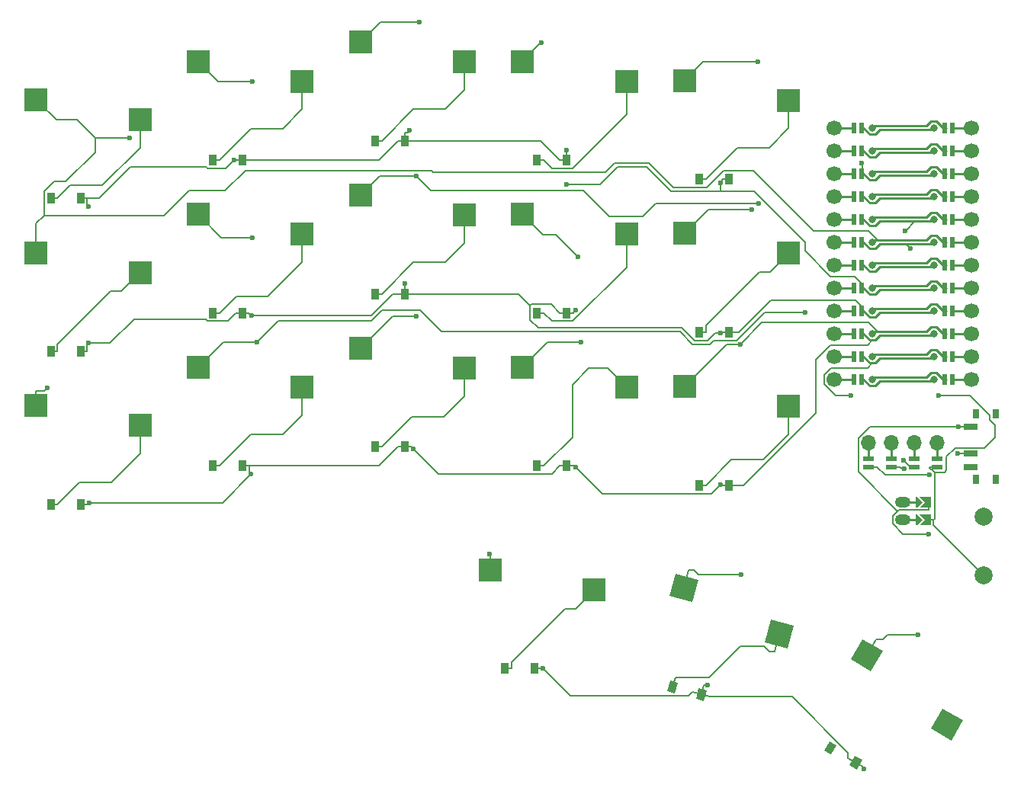
<source format=gbl>
G04 #@! TF.GenerationSoftware,KiCad,Pcbnew,8.0.6+1*
G04 #@! TF.CreationDate,2024-11-30T16:17:57+00:00*
G04 #@! TF.ProjectId,corney_island_wireless_autorouted,636f726e-6579-45f6-9973-6c616e645f77,0.2*
G04 #@! TF.SameCoordinates,Original*
G04 #@! TF.FileFunction,Copper,L2,Bot*
G04 #@! TF.FilePolarity,Positive*
%FSLAX46Y46*%
G04 Gerber Fmt 4.6, Leading zero omitted, Abs format (unit mm)*
G04 Created by KiCad (PCBNEW 8.0.6+1) date 2024-11-30 16:17:57*
%MOMM*%
%LPD*%
G01*
G04 APERTURE LIST*
G04 #@! TA.AperFunction,ComponentPad*
%ADD10C,2.000000*%
G04 #@! TD*
G04 #@! TA.AperFunction,ComponentPad*
%ADD11C,1.700000*%
G04 #@! TD*
G04 #@! TA.AperFunction,SMDPad,CuDef*
%ADD12R,0.600000X1.200000*%
G04 #@! TD*
G04 #@! TA.AperFunction,ComponentPad*
%ADD13C,0.800000*%
G04 #@! TD*
G04 #@! TA.AperFunction,SMDPad,CuDef*
%ADD14R,0.800000X1.000000*%
G04 #@! TD*
G04 #@! TA.AperFunction,SMDPad,CuDef*
%ADD15R,1.500000X0.700000*%
G04 #@! TD*
G04 #@! TA.AperFunction,ComponentPad*
%ADD16O,1.750000X1.200000*%
G04 #@! TD*
G04 #@! TA.AperFunction,ComponentPad*
%ADD17O,1.700000X1.700000*%
G04 #@! TD*
G04 #@! TA.AperFunction,SMDPad,CuDef*
%ADD18R,1.200000X0.600000*%
G04 #@! TD*
G04 #@! TA.AperFunction,SMDPad,CuDef*
%ADD19R,2.600000X2.600000*%
G04 #@! TD*
G04 #@! TA.AperFunction,SMDPad,CuDef*
%ADD20R,0.900000X1.200000*%
G04 #@! TD*
G04 #@! TA.AperFunction,ViaPad*
%ADD21C,0.600000*%
G04 #@! TD*
G04 #@! TA.AperFunction,Conductor*
%ADD22C,0.200000*%
G04 #@! TD*
G04 #@! TA.AperFunction,Conductor*
%ADD23C,0.250000*%
G04 #@! TD*
G04 APERTURE END LIST*
D10*
X201900000Y-106375000D03*
X201900000Y-112875000D03*
D11*
X200620000Y-63170000D03*
X200620000Y-65710000D03*
X200620000Y-68250000D03*
X200620000Y-70790000D03*
X200620000Y-73330000D03*
X200620000Y-75870000D03*
X200620000Y-78410000D03*
X200620000Y-80950000D03*
X200620000Y-83490000D03*
X200620000Y-86030000D03*
X200620000Y-88570000D03*
X200620000Y-91110000D03*
X185380000Y-91110000D03*
D12*
X187520000Y-91110000D03*
X198480000Y-91110000D03*
D11*
X185380000Y-88570000D03*
D12*
X187520000Y-88570000D03*
X198480000Y-88570000D03*
D11*
X185380000Y-86030000D03*
D12*
X187520000Y-86030000D03*
X198480000Y-86030000D03*
D11*
X185380000Y-83490000D03*
D12*
X187520000Y-83490000D03*
X198480000Y-83490000D03*
D11*
X185380000Y-80950000D03*
D12*
X187520000Y-80950000D03*
X198480000Y-80950000D03*
D11*
X185380000Y-78410000D03*
D12*
X187520000Y-78410000D03*
X198480000Y-78410000D03*
D11*
X185380000Y-75870000D03*
D12*
X187520000Y-75870000D03*
X198480000Y-75870000D03*
D11*
X185380000Y-73330000D03*
D12*
X187520000Y-73330000D03*
X198480000Y-73330000D03*
D11*
X185380000Y-70790000D03*
D12*
X187520000Y-70790000D03*
X198480000Y-70790000D03*
D11*
X185380000Y-68250000D03*
D12*
X187520000Y-68250000D03*
X198480000Y-68250000D03*
D11*
X185380000Y-65710000D03*
D12*
X187520000Y-65710000D03*
X198480000Y-65710000D03*
D11*
X185380000Y-63170000D03*
D12*
X187520000Y-63170000D03*
X198480000Y-63170000D03*
X188420000Y-63170000D03*
D13*
X196400000Y-63170000D03*
D12*
X188420000Y-65710000D03*
D13*
X196400000Y-65710000D03*
D12*
X188420000Y-68250000D03*
D13*
X196400000Y-68250000D03*
D12*
X188420000Y-70790000D03*
D13*
X196400000Y-70790000D03*
D12*
X188420000Y-73330000D03*
D13*
X196400000Y-73330000D03*
D12*
X188420000Y-75870000D03*
D13*
X196400000Y-75870000D03*
D12*
X188420000Y-78410000D03*
D13*
X196400000Y-78410000D03*
D12*
X188420000Y-80950000D03*
D13*
X196400000Y-80950000D03*
D12*
X188420000Y-83490000D03*
D13*
X196400000Y-83490000D03*
D12*
X188420000Y-86030000D03*
D13*
X196400000Y-86030000D03*
D12*
X188420000Y-88570000D03*
D13*
X196400000Y-88570000D03*
D12*
X188420000Y-91110000D03*
D13*
X196400000Y-91110000D03*
X189600000Y-91110000D03*
D12*
X197580000Y-91110000D03*
D13*
X189600000Y-88570000D03*
D12*
X197580000Y-88570000D03*
D13*
X189600000Y-86030000D03*
D12*
X197580000Y-86030000D03*
D13*
X189600000Y-83490000D03*
D12*
X197580000Y-83490000D03*
D13*
X189600000Y-80950000D03*
D12*
X197580000Y-80950000D03*
D13*
X189600000Y-78410000D03*
D12*
X197580000Y-78410000D03*
D13*
X189600000Y-75870000D03*
D12*
X197580000Y-75870000D03*
D13*
X189600000Y-73330000D03*
D12*
X197580000Y-73330000D03*
D13*
X189600000Y-70790000D03*
D12*
X197580000Y-70790000D03*
D13*
X189600000Y-68250000D03*
D12*
X197580000Y-68250000D03*
D13*
X189600000Y-65710000D03*
D12*
X197580000Y-65710000D03*
D13*
X189600000Y-63170000D03*
D12*
X197580000Y-63170000D03*
D14*
X201115000Y-94975000D03*
X201115000Y-102275000D03*
X203325000Y-94975000D03*
X203325000Y-102275000D03*
D15*
X200465000Y-96375000D03*
X200465000Y-99375000D03*
X200465000Y-100875000D03*
G04 #@! TA.AperFunction,SMDPad,CuDef*
G36*
X194816000Y-105350000D02*
G01*
X195416000Y-104750000D01*
X194816000Y-104150000D01*
X196066000Y-104150000D01*
X196066000Y-105350000D01*
X194816000Y-105350000D01*
G37*
G04 #@! TD.AperFunction*
G04 #@! TA.AperFunction,SMDPad,CuDef*
G36*
X194816000Y-107350000D02*
G01*
X195416000Y-106750000D01*
X194816000Y-106150000D01*
X196066000Y-106150000D01*
X196066000Y-107350000D01*
X194816000Y-107350000D01*
G37*
G04 #@! TD.AperFunction*
D16*
X193000000Y-106750000D03*
X193000000Y-104750000D03*
G04 #@! TA.AperFunction,SMDPad,CuDef*
G36*
X194600000Y-107350000D02*
G01*
X194400000Y-107350000D01*
X194400000Y-106150000D01*
X194600000Y-106150000D01*
X195200000Y-106750000D01*
X194600000Y-107350000D01*
G37*
G04 #@! TD.AperFunction*
G04 #@! TA.AperFunction,SMDPad,CuDef*
G36*
X194600000Y-105350000D02*
G01*
X194400000Y-105350000D01*
X194400000Y-104150000D01*
X194600000Y-104150000D01*
X195200000Y-104750000D01*
X194600000Y-105350000D01*
G37*
G04 #@! TD.AperFunction*
D17*
X189190000Y-98200000D03*
X191730000Y-98200000D03*
X194270000Y-98200000D03*
X196810000Y-98200000D03*
D18*
X196810000Y-100850000D03*
X194270000Y-100850000D03*
X191730000Y-100850000D03*
X189190000Y-100850000D03*
X196810000Y-99950000D03*
X194270000Y-99950000D03*
X191730000Y-99950000D03*
X189190000Y-99950000D03*
G04 #@! TA.AperFunction,SMDPad,CuDef*
G36*
X188449553Y-133433085D02*
G01*
X187849553Y-134472315D01*
X187070131Y-134022315D01*
X187670131Y-132983085D01*
X188449553Y-133433085D01*
G37*
G04 #@! TD.AperFunction*
G04 #@! TA.AperFunction,SMDPad,CuDef*
G36*
X185591669Y-131783085D02*
G01*
X184991669Y-132822315D01*
X184212247Y-132372315D01*
X184812247Y-131333085D01*
X185591669Y-131783085D01*
G37*
G04 #@! TD.AperFunction*
D19*
X96725000Y-77050000D03*
X108275000Y-79250000D03*
X168725000Y-91925000D03*
X180275000Y-94125000D03*
X168725000Y-74925000D03*
X180275000Y-77125000D03*
X150725000Y-72800000D03*
X162275000Y-75000000D03*
D20*
X119650000Y-83750000D03*
X116350000Y-83750000D03*
X137650000Y-64625000D03*
X134350000Y-64625000D03*
D19*
X114725000Y-55800000D03*
X126275000Y-58000000D03*
D20*
X101650000Y-105000000D03*
X98350000Y-105000000D03*
D19*
X147125000Y-112325000D03*
X158675000Y-114525000D03*
D20*
X173650000Y-85875000D03*
X170350000Y-85875000D03*
X152050000Y-123275000D03*
X148750000Y-123275000D03*
X173650000Y-68875000D03*
X170350000Y-68875000D03*
X155650000Y-100750000D03*
X152350000Y-100750000D03*
X137650000Y-98625000D03*
X134350000Y-98625000D03*
X155650000Y-83750000D03*
X152350000Y-83750000D03*
X155650000Y-66750000D03*
X152350000Y-66750000D03*
X119650000Y-100750000D03*
X116350000Y-100750000D03*
G04 #@! TA.AperFunction,SMDPad,CuDef*
G36*
X187193834Y-122257982D02*
G01*
X188493834Y-120006316D01*
X190745500Y-121306316D01*
X189445500Y-123557982D01*
X187193834Y-122257982D01*
G37*
G04 #@! TD.AperFunction*
G04 #@! TA.AperFunction,SMDPad,CuDef*
G36*
X196096427Y-129938238D02*
G01*
X197396427Y-127686572D01*
X199648093Y-128986572D01*
X198348093Y-131238238D01*
X196096427Y-129938238D01*
G37*
G04 #@! TD.AperFunction*
D19*
X150725000Y-89800000D03*
X162275000Y-92000000D03*
D20*
X101650000Y-71000000D03*
X98350000Y-71000000D03*
D19*
X132725000Y-53675000D03*
X144275000Y-55875000D03*
X132725000Y-70675000D03*
X144275000Y-72875000D03*
D20*
X173650000Y-102875000D03*
X170350000Y-102875000D03*
D19*
X168725000Y-57925000D03*
X180275000Y-60125000D03*
G04 #@! TA.AperFunction,SMDPad,CuDef*
G36*
X171182936Y-125687563D02*
G01*
X170872353Y-126846674D01*
X170003020Y-126613737D01*
X170313603Y-125454626D01*
X171182936Y-125687563D01*
G37*
G04 #@! TD.AperFunction*
G04 #@! TA.AperFunction,SMDPad,CuDef*
G36*
X167995380Y-124833463D02*
G01*
X167684797Y-125992574D01*
X166815464Y-125759637D01*
X167126047Y-124600526D01*
X167995380Y-124833463D01*
G37*
G04 #@! TD.AperFunction*
X96725000Y-60050000D03*
X108275000Y-62250000D03*
D20*
X137650000Y-81625000D03*
X134350000Y-81625000D03*
D19*
X150725000Y-55800000D03*
X162275000Y-58000000D03*
X114725000Y-89800000D03*
X126275000Y-92000000D03*
D20*
X119650000Y-66750000D03*
X116350000Y-66750000D03*
D19*
X114725000Y-72800000D03*
X126275000Y-75000000D03*
X96725000Y-94050000D03*
X108275000Y-96250000D03*
X132725000Y-87675000D03*
X144275000Y-89875000D03*
G04 #@! TA.AperFunction,SMDPad,CuDef*
G36*
X167077698Y-115218348D02*
G01*
X167750627Y-112706941D01*
X170262034Y-113379870D01*
X169589105Y-115891277D01*
X167077698Y-115218348D01*
G37*
G04 #@! TD.AperFunction*
G04 #@! TA.AperFunction,SMDPad,CuDef*
G36*
X177664740Y-120332745D02*
G01*
X178337669Y-117821338D01*
X180849076Y-118494267D01*
X180176147Y-121005674D01*
X177664740Y-120332745D01*
G37*
G04 #@! TD.AperFunction*
D20*
X101650000Y-88000000D03*
X98350000Y-88000000D03*
D21*
X107080300Y-64319200D03*
X97992300Y-92114000D03*
X196963200Y-92888300D03*
X188420000Y-67135000D03*
X120723300Y-58003500D03*
X182141500Y-83660300D03*
X120723300Y-75386500D03*
X121275000Y-87028000D03*
X147032700Y-110513500D03*
X138923800Y-84075500D03*
X138931600Y-68529700D03*
X139275000Y-51394700D03*
X176929500Y-71556900D03*
X174996700Y-112800800D03*
X156883900Y-77533800D03*
X152860800Y-53742500D03*
X157275000Y-87028000D03*
X194642100Y-119474400D03*
X176169100Y-72303700D03*
X174893400Y-87247200D03*
X176876700Y-55873300D03*
X172692700Y-102836700D03*
X102611200Y-104831300D03*
X120571600Y-101671600D03*
X138619600Y-98880500D03*
X156605500Y-100855500D03*
X172695200Y-86015500D03*
X137650000Y-80513600D03*
X156626500Y-83472500D03*
X120614900Y-84045000D03*
X102534100Y-87115900D03*
X155583900Y-65629700D03*
X138217000Y-63497800D03*
X155583900Y-69465300D03*
X172686000Y-69270500D03*
X102551600Y-71901600D03*
X118693400Y-66750000D03*
X171298800Y-125085100D03*
X187227000Y-92903100D03*
X153002100Y-123258900D03*
X188620000Y-134451600D03*
X199075800Y-99375000D03*
X193022700Y-100086400D03*
X195905900Y-101739200D03*
X193194500Y-74618500D03*
X193796200Y-76613700D03*
X193151800Y-101066500D03*
X199179900Y-96375000D03*
X195816000Y-108297000D03*
D22*
X110934900Y-72965100D02*
X97589100Y-72965100D01*
D23*
X190171800Y-75650000D02*
X189820000Y-75650000D01*
D22*
X173061400Y-67938500D02*
X171223200Y-69776700D01*
X140781000Y-68079700D02*
X140606700Y-67905400D01*
X167483600Y-69776700D02*
X164785500Y-67078600D01*
X171223200Y-69776700D02*
X167483600Y-69776700D01*
X96725000Y-92448300D02*
X97658000Y-92448300D01*
X96725000Y-73829200D02*
X96725000Y-77050000D01*
X189820000Y-75650000D02*
X189600000Y-75870000D01*
D23*
X197580000Y-75870000D02*
X197425000Y-75870000D01*
D22*
X97589100Y-72965100D02*
X96725000Y-73829200D01*
X183052300Y-74600000D02*
X176390800Y-67938500D01*
X100036500Y-69154800D02*
X103280400Y-65910900D01*
X159919500Y-68079700D02*
X140781000Y-68079700D01*
X119995400Y-67905400D02*
X117729100Y-70171700D01*
X140606700Y-67905400D02*
X119995400Y-67905400D01*
X113728300Y-70171700D02*
X110934900Y-72965100D01*
X96725000Y-94050000D02*
X96725000Y-92448300D01*
X103280400Y-65910900D02*
X103280400Y-64319200D01*
D23*
X197425000Y-75870000D02*
X196700000Y-75145000D01*
X195595000Y-75650000D02*
X190171800Y-75650000D01*
X196700000Y-75145000D02*
X196100000Y-75145000D01*
D22*
X176390800Y-67938500D02*
X173061400Y-67938500D01*
X97658000Y-92448300D02*
X97992300Y-92114000D01*
X160920600Y-67078600D02*
X159919500Y-68079700D01*
X101261600Y-62300400D02*
X98975400Y-62300400D01*
X98700100Y-69154800D02*
X100036500Y-69154800D01*
X103280400Y-64319200D02*
X101261600Y-62300400D01*
D23*
X196100000Y-75145000D02*
X195595000Y-75650000D01*
D22*
X190171800Y-75650000D02*
X189121800Y-74600000D01*
X189121800Y-74600000D02*
X183052300Y-74600000D01*
X97589100Y-72965100D02*
X97589100Y-70265800D01*
X107080300Y-64319200D02*
X103280400Y-64319200D01*
X97589100Y-70265800D02*
X98700100Y-69154800D01*
X117729100Y-70171700D02*
X113728300Y-70171700D01*
X98975400Y-62300400D02*
X96725000Y-60050000D01*
D23*
X197775000Y-75870000D02*
X197580000Y-75870000D01*
D22*
X164785500Y-67078600D02*
X160920600Y-67078600D01*
X108275000Y-99364000D02*
X108275000Y-96250000D01*
X105054100Y-102584900D02*
X108275000Y-99364000D01*
X98350000Y-105000000D02*
X99101700Y-105000000D01*
X99101700Y-105000000D02*
X101516800Y-102584900D01*
X101516800Y-102584900D02*
X105054100Y-102584900D01*
D23*
X188575000Y-70790000D02*
X189300000Y-71515000D01*
D22*
X189820000Y-65490000D02*
X189600000Y-65710000D01*
X201900000Y-112875000D02*
X196367700Y-107342700D01*
D23*
X196700000Y-64985000D02*
X196100000Y-64985000D01*
D22*
X202623300Y-95600000D02*
X202623300Y-95108300D01*
X197825400Y-99715900D02*
X198818000Y-98723300D01*
X196507600Y-101490000D02*
X196155100Y-101137500D01*
D23*
X197425000Y-65710000D02*
X196700000Y-64985000D01*
D22*
X200403300Y-92888300D02*
X196963200Y-92888300D01*
X196507600Y-106610100D02*
X196507600Y-101490000D01*
D23*
X189900000Y-71515000D02*
X190395000Y-71020000D01*
X189900000Y-68975000D02*
X190395000Y-68480000D01*
D22*
X198818000Y-98723300D02*
X202063400Y-98723300D01*
D23*
X195595000Y-65490000D02*
X189820000Y-65490000D01*
D22*
X196507600Y-101490000D02*
X197578300Y-101490000D01*
X196367700Y-106750000D02*
X196507600Y-106610100D01*
X195908300Y-100945000D02*
X195908300Y-100850000D01*
D23*
X190395000Y-71020000D02*
X196170000Y-71020000D01*
X188225000Y-68250000D02*
X188420000Y-68250000D01*
D22*
X197578300Y-101490000D02*
X197825400Y-101242900D01*
D23*
X188575000Y-68250000D02*
X189300000Y-68975000D01*
D22*
X202623300Y-95108300D02*
X200403300Y-92888300D01*
X203226700Y-96203400D02*
X202623300Y-95600000D01*
X188497500Y-68250000D02*
X188497500Y-67212500D01*
X188497500Y-67212500D02*
X188420000Y-67135000D01*
X196810000Y-100850000D02*
X195908300Y-100850000D01*
X195816000Y-106750000D02*
X196367700Y-106750000D01*
D23*
X188420000Y-70790000D02*
X188575000Y-70790000D01*
D22*
X197825400Y-101242900D02*
X197825400Y-99715900D01*
X203226700Y-97560000D02*
X203226700Y-96203400D01*
D23*
X189300000Y-71515000D02*
X189900000Y-71515000D01*
X190395000Y-68480000D02*
X196170000Y-68480000D01*
D22*
X196170000Y-68480000D02*
X196400000Y-68250000D01*
D23*
X188497500Y-68250000D02*
X188575000Y-68250000D01*
X197580000Y-65710000D02*
X197425000Y-65710000D01*
D22*
X196170000Y-71020000D02*
X196400000Y-70790000D01*
D23*
X188420000Y-68250000D02*
X188497500Y-68250000D01*
D22*
X202063400Y-98723300D02*
X203226700Y-97560000D01*
X196367700Y-107342700D02*
X196367700Y-106750000D01*
D23*
X188225000Y-70790000D02*
X188420000Y-70790000D01*
X196100000Y-64985000D02*
X195595000Y-65490000D01*
D22*
X196100800Y-101137500D02*
X195908300Y-100945000D01*
D23*
X197775000Y-65710000D02*
X197580000Y-65710000D01*
D22*
X196155100Y-101137500D02*
X196100800Y-101137500D01*
D23*
X189300000Y-68975000D02*
X189900000Y-68975000D01*
D22*
X99101700Y-87248300D02*
X105030100Y-81319900D01*
X99101700Y-88000000D02*
X99101700Y-87248300D01*
X105030100Y-81319900D02*
X106205100Y-81319900D01*
X98350000Y-88000000D02*
X99101700Y-88000000D01*
X106205100Y-81319900D02*
X108275000Y-79250000D01*
X98350000Y-71000000D02*
X99101700Y-71000000D01*
X99101700Y-71000000D02*
X100546700Y-69555000D01*
X108275000Y-65366700D02*
X108275000Y-62250000D01*
X104086700Y-69555000D02*
X108275000Y-65366700D01*
X100546700Y-69555000D02*
X104086700Y-69555000D01*
X117311500Y-75386500D02*
X120723300Y-75386500D01*
X171966700Y-86810500D02*
X174479000Y-86810500D01*
X116928500Y-58003500D02*
X120723300Y-58003500D01*
D23*
X195595000Y-78190000D02*
X189820000Y-78190000D01*
X196700000Y-77685000D02*
X196100000Y-77685000D01*
D22*
X123657800Y-84645200D02*
X133948800Y-84645200D01*
X114725000Y-72800000D02*
X117311500Y-75386500D01*
X177629200Y-83660300D02*
X182141500Y-83660300D01*
X169633500Y-87212200D02*
X171565000Y-87212200D01*
X133948800Y-84645200D02*
X135164000Y-83430000D01*
D23*
X197580000Y-78410000D02*
X197425000Y-78410000D01*
X196100000Y-77685000D02*
X195595000Y-78190000D01*
D22*
X135164000Y-83430000D02*
X139380200Y-83430000D01*
X114725000Y-89800000D02*
X117497000Y-87028000D01*
X114725000Y-55800000D02*
X116928500Y-58003500D01*
D23*
X197425000Y-78410000D02*
X196700000Y-77685000D01*
D22*
X141734600Y-85784400D02*
X168205700Y-85784400D01*
X121275000Y-87028000D02*
X123657800Y-84645200D01*
X171565000Y-87212200D02*
X171966700Y-86810500D01*
X174479000Y-86810500D02*
X177629200Y-83660300D01*
D23*
X197775000Y-78410000D02*
X197580000Y-78410000D01*
D22*
X139380200Y-83430000D02*
X141734600Y-85784400D01*
X117497000Y-87028000D02*
X121275000Y-87028000D01*
X189820000Y-78190000D02*
X189600000Y-78410000D01*
X168205700Y-85784400D02*
X169633500Y-87212200D01*
X116350000Y-100750000D02*
X117101700Y-100750000D01*
X120600000Y-97251700D02*
X124134700Y-97251700D01*
X124134700Y-97251700D02*
X126275000Y-95111400D01*
X117101700Y-100750000D02*
X120600000Y-97251700D01*
X126275000Y-95111400D02*
X126275000Y-92000000D01*
X126275000Y-78104000D02*
X126275000Y-75000000D01*
X116350000Y-83750000D02*
X117101700Y-83750000D01*
X122453200Y-81925800D02*
X126275000Y-78104000D01*
X118925900Y-81925800D02*
X122453200Y-81925800D01*
X117101700Y-83750000D02*
X118925900Y-81925800D01*
X124134700Y-63251700D02*
X126275000Y-61111400D01*
X120600000Y-63251700D02*
X124134700Y-63251700D01*
X117101700Y-66750000D02*
X120600000Y-63251700D01*
X116350000Y-66750000D02*
X117101700Y-66750000D01*
X126275000Y-61111400D02*
X126275000Y-58000000D01*
X136324500Y-84075500D02*
X138923800Y-84075500D01*
D23*
X196100000Y-80225000D02*
X195595000Y-80730000D01*
X197775000Y-80950000D02*
X197580000Y-80950000D01*
X197425000Y-80950000D02*
X196700000Y-80225000D01*
D22*
X147125000Y-110605800D02*
X147032700Y-110513500D01*
X132725000Y-53675000D02*
X135005300Y-51394700D01*
X132725000Y-87675000D02*
X136324500Y-84075500D01*
D23*
X197580000Y-80950000D02*
X197425000Y-80950000D01*
X196700000Y-80225000D02*
X196100000Y-80225000D01*
D22*
X165514000Y-71556900D02*
X164084300Y-72986600D01*
X176929500Y-71556900D02*
X165514000Y-71556900D01*
X140526700Y-70124800D02*
X138931600Y-68529700D01*
X134870300Y-68529700D02*
X138931600Y-68529700D01*
X132725000Y-70675000D02*
X134870300Y-68529700D01*
X147125000Y-112325000D02*
X147125000Y-110605800D01*
X135005300Y-51394700D02*
X139275000Y-51394700D01*
X160336600Y-72986600D02*
X157474800Y-70124800D01*
X157474800Y-70124800D02*
X140526700Y-70124800D01*
X164084300Y-72986600D02*
X160336600Y-72986600D01*
D23*
X195595000Y-80730000D02*
X189820000Y-80730000D01*
D22*
X189820000Y-80730000D02*
X189600000Y-80950000D01*
X138429000Y-95297700D02*
X141970900Y-95297700D01*
X135101700Y-98625000D02*
X138429000Y-95297700D01*
X141970900Y-95297700D02*
X144275000Y-92993600D01*
X144275000Y-92993600D02*
X144275000Y-89875000D01*
X134350000Y-98625000D02*
X135101700Y-98625000D01*
X134350000Y-81625000D02*
X135101700Y-81625000D01*
X135101700Y-81625000D02*
X138600000Y-78126700D01*
X144275000Y-75986400D02*
X144275000Y-72875000D01*
X142134700Y-78126700D02*
X144275000Y-75986400D01*
X138600000Y-78126700D02*
X142134700Y-78126700D01*
X144275000Y-58986400D02*
X144275000Y-55875000D01*
X142134700Y-61126700D02*
X144275000Y-58986400D01*
X135101700Y-64625000D02*
X138600000Y-61126700D01*
X134350000Y-64625000D02*
X135101700Y-64625000D01*
X138600000Y-61126700D02*
X142134700Y-61126700D01*
X170265700Y-112800800D02*
X174996700Y-112800800D01*
D23*
X197425000Y-83490000D02*
X196700000Y-82765000D01*
X195595000Y-83270000D02*
X189820000Y-83270000D01*
D22*
X150725000Y-72800000D02*
X152975400Y-75050400D01*
X154400500Y-75050400D02*
X156883900Y-77533800D01*
X152975400Y-75050400D02*
X154400500Y-75050400D01*
X150725000Y-89800000D02*
X153497000Y-87028000D01*
D23*
X197580000Y-83490000D02*
X197425000Y-83490000D01*
X196100000Y-82765000D02*
X195595000Y-83270000D01*
D22*
X169802300Y-112337400D02*
X170265700Y-112800800D01*
X152782500Y-53742500D02*
X152860800Y-53742500D01*
X153497000Y-87028000D02*
X157275000Y-87028000D01*
X168669900Y-114299100D02*
X169195500Y-112337400D01*
X169195500Y-112337400D02*
X169802300Y-112337400D01*
X189820000Y-83270000D02*
X189600000Y-83490000D01*
D23*
X196700000Y-82765000D02*
X196100000Y-82765000D01*
D22*
X150725000Y-55800000D02*
X152782500Y-53742500D01*
D23*
X197775000Y-83490000D02*
X197580000Y-83490000D01*
D22*
X156275100Y-91749500D02*
X158116400Y-89908200D01*
X158116400Y-89908200D02*
X160183200Y-89908200D01*
X153101700Y-100750000D02*
X156275100Y-97576600D01*
X152350000Y-100750000D02*
X153101700Y-100750000D01*
X156275100Y-97576600D02*
X156275100Y-91749500D01*
X160183200Y-89908200D02*
X162275000Y-92000000D01*
X162275000Y-75000000D02*
X162275000Y-78699300D01*
X156319300Y-84655000D02*
X154006700Y-84655000D01*
X154006700Y-84655000D02*
X153101700Y-83750000D01*
X162275000Y-78699300D02*
X156319300Y-84655000D01*
X152350000Y-83750000D02*
X153101700Y-83750000D01*
X162275000Y-61641300D02*
X162275000Y-58000000D01*
X154003400Y-67651700D02*
X156264600Y-67651700D01*
X152350000Y-66750000D02*
X153101700Y-66750000D01*
X153101700Y-66750000D02*
X154003400Y-67651700D01*
X156264600Y-67651700D02*
X162275000Y-61641300D01*
D23*
X196100000Y-85305000D02*
X195595000Y-85810000D01*
X197775000Y-86030000D02*
X197580000Y-86030000D01*
D22*
X168725000Y-57925000D02*
X170776700Y-55873300D01*
X170776700Y-55873300D02*
X176876700Y-55873300D01*
X168725000Y-91925000D02*
X173402800Y-87247200D01*
X174893400Y-87247200D02*
X177315000Y-84825600D01*
D23*
X197580000Y-86030000D02*
X197425000Y-86030000D01*
D22*
X188969700Y-121782100D02*
X189985200Y-120023300D01*
X189985200Y-120023300D02*
X190728500Y-120023300D01*
D23*
X195595000Y-85810000D02*
X190171800Y-85810000D01*
D22*
X173402800Y-87247200D02*
X174893400Y-87247200D01*
X191277400Y-119474400D02*
X194642100Y-119474400D01*
X171346300Y-72303700D02*
X176169100Y-72303700D01*
D23*
X197425000Y-86030000D02*
X196700000Y-85305000D01*
D22*
X189820000Y-85810000D02*
X189600000Y-86030000D01*
X190728500Y-120023300D02*
X191277400Y-119474400D01*
X168725000Y-74925000D02*
X171346300Y-72303700D01*
D23*
X190171800Y-85810000D02*
X189820000Y-85810000D01*
D22*
X189187400Y-84825600D02*
X190171800Y-85810000D01*
D23*
X196700000Y-85305000D02*
X196100000Y-85305000D01*
D22*
X177315000Y-84825600D02*
X189187400Y-84825600D01*
X170350000Y-102875000D02*
X171101700Y-102875000D01*
X171101700Y-102875000D02*
X173928300Y-100048400D01*
X177456400Y-100048400D02*
X180275000Y-97229800D01*
X173928300Y-100048400D02*
X177456400Y-100048400D01*
X180275000Y-97229800D02*
X180275000Y-94125000D01*
X171101700Y-85875000D02*
X171101700Y-85123300D01*
X170350000Y-85875000D02*
X171101700Y-85875000D01*
X171101700Y-85123300D02*
X177030100Y-79194900D01*
X178205100Y-79194900D02*
X180275000Y-77125000D01*
X177030100Y-79194900D02*
X178205100Y-79194900D01*
X174600000Y-65376700D02*
X178126700Y-65376700D01*
X178126700Y-65376700D02*
X180275000Y-63228400D01*
X171101700Y-68875000D02*
X174600000Y-65376700D01*
X170350000Y-68875000D02*
X171101700Y-68875000D01*
X180275000Y-63228400D02*
X180275000Y-60125000D01*
X149501700Y-123275000D02*
X149501700Y-122523300D01*
X155430100Y-116594900D02*
X156605100Y-116594900D01*
X148750000Y-123275000D02*
X149501700Y-123275000D01*
X149501700Y-122523300D02*
X155430100Y-116594900D01*
X156605100Y-116594900D02*
X158675000Y-114525000D01*
X167405400Y-125296500D02*
X167690900Y-124231000D01*
X178731300Y-121375200D02*
X178124400Y-121375200D01*
X174900600Y-120811700D02*
X171481300Y-124231000D01*
X178124400Y-121375200D02*
X177560900Y-120811700D01*
X177560900Y-120811700D02*
X174900600Y-120811700D01*
X171481300Y-124231000D02*
X167690900Y-124231000D01*
X179256900Y-119413500D02*
X178731300Y-121375200D01*
X156605500Y-100855500D02*
X156507200Y-100855500D01*
D23*
X188420000Y-86030000D02*
X188575000Y-86030000D01*
D22*
X120401700Y-101501700D02*
X120401700Y-100750000D01*
X183311100Y-88937300D02*
X184948400Y-87300000D01*
X171700200Y-103829200D02*
X159579200Y-103829200D01*
D23*
X188575000Y-86030000D02*
X189300000Y-86755000D01*
X189300000Y-86755000D02*
X189600000Y-86755000D01*
D22*
X102570400Y-104831300D02*
X102611200Y-104831300D01*
X172692700Y-102836700D02*
X171700200Y-103829200D01*
X137650000Y-98625000D02*
X136898300Y-98625000D01*
X155650000Y-100750000D02*
X154898300Y-100750000D01*
X172860000Y-102836700D02*
X172692700Y-102836700D01*
X173650000Y-102875000D02*
X175298000Y-102875000D01*
X153989300Y-101659000D02*
X154898300Y-100750000D01*
X136898300Y-98625000D02*
X134773300Y-100750000D01*
X196170000Y-86260000D02*
X196400000Y-86030000D01*
X101650000Y-105000000D02*
X102401700Y-105000000D01*
X183311100Y-94861900D02*
X183311100Y-88937300D01*
D23*
X190395000Y-86260000D02*
X196170000Y-86260000D01*
D22*
X156507200Y-100855500D02*
X156401700Y-100750000D01*
X138619600Y-98880500D02*
X138401700Y-98662600D01*
X137650000Y-98625000D02*
X138401700Y-98625000D01*
X156025900Y-100750000D02*
X156401700Y-100750000D01*
X102401700Y-105000000D02*
X102570400Y-104831300D01*
X120571600Y-101671600D02*
X117411900Y-104831300D01*
X159579200Y-103829200D02*
X156605500Y-100855500D01*
X120571600Y-101671600D02*
X120401700Y-101501700D01*
X189055000Y-87300000D02*
X189600000Y-86755000D01*
X156025900Y-100750000D02*
X155817800Y-100750000D01*
X117411900Y-104831300D02*
X102611200Y-104831300D01*
X172898300Y-102875000D02*
X172860000Y-102836700D01*
X119650000Y-100750000D02*
X120401700Y-100750000D01*
X138401700Y-98662600D02*
X138401700Y-98625000D01*
X173650000Y-102875000D02*
X172898300Y-102875000D01*
D23*
X189900000Y-86755000D02*
X190395000Y-86260000D01*
X189600000Y-86755000D02*
X189900000Y-86755000D01*
D22*
X138619600Y-98880500D02*
X141398100Y-101659000D01*
X155650000Y-100750000D02*
X155817800Y-100750000D01*
X141398100Y-101659000D02*
X153989300Y-101659000D01*
X175298000Y-102875000D02*
X183311100Y-94861900D01*
D23*
X188225000Y-86030000D02*
X188420000Y-86030000D01*
D22*
X184948400Y-87300000D02*
X189055000Y-87300000D01*
X134773300Y-100750000D02*
X120401700Y-100750000D01*
X152465200Y-85382700D02*
X151598300Y-84515800D01*
X172757800Y-86015500D02*
X172695200Y-86015500D01*
D23*
X188225000Y-83490000D02*
X188420000Y-83490000D01*
D22*
X119650000Y-83750000D02*
X120401700Y-83750000D01*
X153946900Y-82798600D02*
X154898300Y-83750000D01*
X196170000Y-83720000D02*
X196400000Y-83490000D01*
X168381000Y-85382700D02*
X152465200Y-85382700D01*
X172898300Y-85875000D02*
X172757800Y-86015500D01*
X151598300Y-82955300D02*
X150268000Y-81625000D01*
X133910400Y-84045000D02*
X120614900Y-84045000D01*
X120401700Y-83831800D02*
X120401700Y-83750000D01*
X107577300Y-84474100D02*
X115597400Y-84474100D01*
X151598300Y-82955300D02*
X151755000Y-82798600D01*
X156401700Y-83697300D02*
X156401700Y-83750000D01*
X151598300Y-84515800D02*
X151598300Y-82955300D01*
X156025900Y-83750000D02*
X156401700Y-83750000D01*
X173650000Y-85875000D02*
X174401700Y-85875000D01*
X187691300Y-82297600D02*
X178308200Y-82297600D01*
D23*
X188420000Y-83490000D02*
X188497500Y-83490000D01*
D22*
X102534100Y-87115900D02*
X104935500Y-87115900D01*
X117996600Y-84651700D02*
X118898300Y-83750000D01*
X155650000Y-83750000D02*
X154898300Y-83750000D01*
X150268000Y-81625000D02*
X137650000Y-81625000D01*
X173650000Y-85875000D02*
X172898300Y-85875000D01*
X156626500Y-83472500D02*
X156401700Y-83697300D01*
X137650000Y-81249200D02*
X137650000Y-80513600D01*
D23*
X189300000Y-84215000D02*
X189900000Y-84215000D01*
D22*
X102401700Y-87248300D02*
X102534100Y-87115900D01*
D23*
X188575000Y-83490000D02*
X189300000Y-84215000D01*
D22*
X151755000Y-82798600D02*
X153946900Y-82798600D01*
X188497500Y-83490000D02*
X188497500Y-83103800D01*
X169808800Y-86810500D02*
X168381000Y-85382700D01*
X115775000Y-84651700D02*
X117996600Y-84651700D01*
X172695200Y-86015500D02*
X172093900Y-86015500D01*
X119650000Y-83750000D02*
X118898300Y-83750000D01*
X174730800Y-85875000D02*
X174401700Y-85875000D01*
D23*
X188497500Y-83490000D02*
X188575000Y-83490000D01*
D22*
X172093900Y-86015500D02*
X171298900Y-86810500D01*
D23*
X189900000Y-84215000D02*
X190395000Y-83720000D01*
D22*
X115597400Y-84474100D02*
X115775000Y-84651700D01*
X137274200Y-81625000D02*
X137650000Y-81249200D01*
X104935500Y-87115900D02*
X107577300Y-84474100D01*
D23*
X190395000Y-83720000D02*
X196170000Y-83720000D01*
D22*
X136330400Y-81625000D02*
X133910400Y-84045000D01*
X178308200Y-82297600D02*
X174730800Y-85875000D01*
X120614900Y-84045000D02*
X120401700Y-83831800D01*
X101650000Y-88000000D02*
X102401700Y-88000000D01*
X137650000Y-81625000D02*
X137274200Y-81625000D01*
X171298900Y-86810500D02*
X169808800Y-86810500D01*
X156025900Y-83750000D02*
X155650000Y-83750000D01*
X188497500Y-83103800D02*
X187691300Y-82297600D01*
X137274200Y-81625000D02*
X136898300Y-81625000D01*
X102401700Y-88000000D02*
X102401700Y-87248300D01*
X136898300Y-81625000D02*
X136330400Y-81625000D01*
X172686000Y-69270500D02*
X172686000Y-70196200D01*
X167212700Y-70196200D02*
X164525400Y-67508900D01*
X173650000Y-68875000D02*
X173274200Y-68875000D01*
X115669800Y-67546500D02*
X115775000Y-67651700D01*
X107168000Y-67546500D02*
X115669800Y-67546500D01*
X188592500Y-80659600D02*
X187612900Y-79680000D01*
X117791700Y-67651700D02*
X118693400Y-66750000D01*
X173212500Y-68875000D02*
X172898300Y-68875000D01*
X102401700Y-71751700D02*
X102401700Y-71000000D01*
X164525400Y-67508900D02*
X161302900Y-67508900D01*
D23*
X190395000Y-81180000D02*
X196170000Y-81180000D01*
D22*
X184959700Y-79680000D02*
X182114800Y-76835100D01*
X188592500Y-80967500D02*
X188592500Y-80659600D01*
X137650000Y-63724800D02*
X137650000Y-63723300D01*
X154898300Y-66750000D02*
X152773300Y-64625000D01*
D23*
X188420000Y-80950000D02*
X188575000Y-80950000D01*
D22*
X102401700Y-71000000D02*
X103714500Y-71000000D01*
X119274200Y-66750000D02*
X118693400Y-66750000D01*
X155650000Y-65695800D02*
X155583900Y-65629700D01*
X137650000Y-64625000D02*
X137650000Y-63824100D01*
X134773300Y-66750000D02*
X136898300Y-64625000D01*
X102551600Y-71901600D02*
X102401700Y-71751700D01*
D23*
X188575000Y-80950000D02*
X188592500Y-80967500D01*
D22*
X137650000Y-64625000D02*
X136898300Y-64625000D01*
X137650000Y-63723300D02*
X137991500Y-63723300D01*
X161302900Y-67508900D02*
X159346500Y-69465300D01*
X172686000Y-69270500D02*
X172898300Y-69058200D01*
X172898300Y-69058200D02*
X172898300Y-68875000D01*
X137650000Y-63824100D02*
X137650000Y-63724800D01*
X155650000Y-66750000D02*
X155650000Y-65695800D01*
X182114800Y-75884500D02*
X176426500Y-70196200D01*
D23*
X188592500Y-80967500D02*
X189300000Y-81675000D01*
D22*
X101650000Y-71000000D02*
X102401700Y-71000000D01*
X103714500Y-71000000D02*
X107168000Y-67546500D01*
X152773300Y-64625000D02*
X137650000Y-64625000D01*
X182114800Y-76835100D02*
X182114800Y-75884500D01*
X119650000Y-66750000D02*
X134773300Y-66750000D01*
X119650000Y-66750000D02*
X119274200Y-66750000D01*
X187612900Y-79680000D02*
X184959700Y-79680000D01*
X155650000Y-66750000D02*
X154898300Y-66750000D01*
X173274200Y-68875000D02*
X173212500Y-68875000D01*
X196170000Y-81180000D02*
X196400000Y-80950000D01*
D23*
X188225000Y-80950000D02*
X188420000Y-80950000D01*
D22*
X115775000Y-67651700D02*
X117791700Y-67651700D01*
X176426500Y-70196200D02*
X172686000Y-70196200D01*
X159346500Y-69465300D02*
X155583900Y-69465300D01*
X172686000Y-70196200D02*
X167212700Y-70196200D01*
D23*
X189900000Y-81675000D02*
X190395000Y-81180000D01*
X189300000Y-81675000D02*
X189900000Y-81675000D01*
D22*
X137991500Y-63723300D02*
X138217000Y-63497800D01*
X169633500Y-125893700D02*
X169633500Y-125893600D01*
X188620000Y-134224500D02*
X188620000Y-134451600D01*
X184210700Y-90649500D02*
X184210700Y-91635500D01*
X189055000Y-89840000D02*
X185020200Y-89840000D01*
X156061100Y-126317900D02*
X169209300Y-126317900D01*
X152050000Y-123275000D02*
X152801700Y-123275000D01*
D23*
X189900000Y-89295000D02*
X190395000Y-88800000D01*
D22*
X188620100Y-134224400D02*
X188620000Y-134224500D01*
X189600000Y-89295000D02*
X189055000Y-89840000D01*
X170878500Y-125085100D02*
X171298800Y-125085100D01*
X170593000Y-126150700D02*
X169633500Y-125893600D01*
X169209300Y-126317900D02*
X169633500Y-125893700D01*
X186899600Y-132608200D02*
X186899600Y-133231000D01*
X153002100Y-123258900D02*
X156061100Y-126317900D01*
X171552400Y-126407700D02*
X180699100Y-126407700D01*
X152817800Y-123258900D02*
X153002100Y-123258900D01*
D23*
X188225000Y-88570000D02*
X188420000Y-88570000D01*
D22*
X185020200Y-89840000D02*
X184210700Y-90649500D01*
X170593000Y-126150700D02*
X170878500Y-125085100D01*
X184210700Y-91635500D02*
X185478300Y-92903100D01*
X187759800Y-133727700D02*
X188620100Y-134224400D01*
X196170000Y-88800000D02*
X196400000Y-88570000D01*
D23*
X188575000Y-88570000D02*
X189300000Y-89295000D01*
X189600000Y-89295000D02*
X189900000Y-89295000D01*
D22*
X152801700Y-123275000D02*
X152817800Y-123258900D01*
D23*
X188420000Y-88570000D02*
X188575000Y-88570000D01*
D22*
X185478300Y-92903100D02*
X187227000Y-92903100D01*
D23*
X190395000Y-88800000D02*
X196170000Y-88800000D01*
D22*
X170593000Y-126150700D02*
X171552400Y-126407800D01*
X187759800Y-133727700D02*
X186899600Y-133231000D01*
D23*
X189300000Y-89295000D02*
X189600000Y-89295000D01*
D22*
X180699100Y-126407700D02*
X186899600Y-132608200D01*
X171552400Y-126407800D02*
X171552400Y-126407700D01*
D23*
X196700000Y-62445000D02*
X196100000Y-62445000D01*
X197580000Y-63170000D02*
X197425000Y-63170000D01*
D22*
X189820000Y-62950000D02*
X189600000Y-63170000D01*
D23*
X196100000Y-62445000D02*
X195595000Y-62950000D01*
X197425000Y-63170000D02*
X196700000Y-62445000D01*
X195595000Y-62950000D02*
X189820000Y-62950000D01*
D22*
X200465000Y-99375000D02*
X199075800Y-99375000D01*
D23*
X197775000Y-63170000D02*
X197580000Y-63170000D01*
X197425000Y-68250000D02*
X196700000Y-67525000D01*
X196700000Y-67525000D02*
X196100000Y-67525000D01*
X197580000Y-68250000D02*
X197425000Y-68250000D01*
D22*
X189820000Y-68030000D02*
X189600000Y-68250000D01*
D23*
X196100000Y-67525000D02*
X195595000Y-68030000D01*
X197775000Y-68250000D02*
X197580000Y-68250000D01*
X195595000Y-68030000D02*
X189820000Y-68030000D01*
X197580000Y-70790000D02*
X197425000Y-70790000D01*
X196700000Y-70065000D02*
X196100000Y-70065000D01*
X197425000Y-70790000D02*
X196700000Y-70065000D01*
D22*
X193786300Y-100850000D02*
X194270000Y-100850000D01*
X193022700Y-100086400D02*
X193786300Y-100850000D01*
D23*
X196100000Y-70065000D02*
X195595000Y-70570000D01*
X197775000Y-70790000D02*
X197580000Y-70790000D01*
X195595000Y-70570000D02*
X189820000Y-70570000D01*
D22*
X189820000Y-70570000D02*
X189600000Y-70790000D01*
D23*
X197425000Y-73330000D02*
X196700000Y-72605000D01*
D22*
X189820000Y-73110000D02*
X189600000Y-73330000D01*
D23*
X197580000Y-73330000D02*
X197425000Y-73330000D01*
X197775000Y-73330000D02*
X197580000Y-73330000D01*
X196700000Y-72605000D02*
X196100000Y-72605000D01*
X196100000Y-72605000D02*
X195595000Y-73110000D01*
X195595000Y-73110000D02*
X189820000Y-73110000D01*
X197775000Y-88570000D02*
X197580000Y-88570000D01*
X197425000Y-88570000D02*
X196700000Y-87845000D01*
X195595000Y-88350000D02*
X189820000Y-88350000D01*
D22*
X189820000Y-88350000D02*
X189600000Y-88570000D01*
D23*
X196700000Y-87845000D02*
X196100000Y-87845000D01*
X196100000Y-87845000D02*
X195595000Y-88350000D01*
X197580000Y-88570000D02*
X197425000Y-88570000D01*
X196100000Y-90385000D02*
X195595000Y-90890000D01*
X197580000Y-91110000D02*
X197425000Y-91110000D01*
X195595000Y-90890000D02*
X189820000Y-90890000D01*
X197775000Y-91110000D02*
X197580000Y-91110000D01*
X196700000Y-90385000D02*
X196100000Y-90385000D01*
D22*
X189820000Y-90890000D02*
X189600000Y-91110000D01*
D23*
X197425000Y-91110000D02*
X196700000Y-90385000D01*
X189300000Y-63895000D02*
X189900000Y-63895000D01*
D22*
X196170000Y-63400000D02*
X196400000Y-63170000D01*
D23*
X189900000Y-63895000D02*
X190395000Y-63400000D01*
X188575000Y-63170000D02*
X189300000Y-63895000D01*
X188420000Y-63170000D02*
X188575000Y-63170000D01*
X190395000Y-63400000D02*
X196170000Y-63400000D01*
X188225000Y-63170000D02*
X188420000Y-63170000D01*
X188575000Y-65710000D02*
X189300000Y-66435000D01*
X188225000Y-65710000D02*
X188420000Y-65710000D01*
X188420000Y-65710000D02*
X188575000Y-65710000D01*
X189300000Y-66435000D02*
X189900000Y-66435000D01*
X189900000Y-66435000D02*
X190395000Y-65940000D01*
D22*
X196170000Y-65940000D02*
X196400000Y-65710000D01*
D23*
X190395000Y-65940000D02*
X196170000Y-65940000D01*
X189300000Y-74055000D02*
X189900000Y-74055000D01*
D22*
X196170000Y-73560000D02*
X196400000Y-73330000D01*
D23*
X194352800Y-73560000D02*
X196170000Y-73560000D01*
X190395000Y-73560000D02*
X194352800Y-73560000D01*
D22*
X193294300Y-74618500D02*
X193194500Y-74618500D01*
X194352800Y-73560000D02*
X193294300Y-74618500D01*
D23*
X188225000Y-73330000D02*
X188420000Y-73330000D01*
D22*
X189190000Y-100850000D02*
X190091700Y-100850000D01*
D23*
X188420000Y-73330000D02*
X188575000Y-73330000D01*
D22*
X190091700Y-100850000D02*
X190980900Y-101739200D01*
X190980900Y-101739200D02*
X195905900Y-101739200D01*
D23*
X188575000Y-73330000D02*
X189300000Y-74055000D01*
X189900000Y-74055000D02*
X190395000Y-73560000D01*
X193282500Y-76100000D02*
X196170000Y-76100000D01*
D22*
X192631700Y-100850000D02*
X192848200Y-101066500D01*
X191730000Y-100850000D02*
X192631700Y-100850000D01*
D23*
X188575000Y-75870000D02*
X189300000Y-76595000D01*
D22*
X192848200Y-101066500D02*
X193151800Y-101066500D01*
D23*
X188225000Y-75870000D02*
X188420000Y-75870000D01*
D22*
X196170000Y-76100000D02*
X196400000Y-75870000D01*
X193282500Y-76100000D02*
X193796200Y-76613700D01*
D23*
X189900000Y-76595000D02*
X190395000Y-76100000D01*
X188420000Y-75870000D02*
X188575000Y-75870000D01*
X189300000Y-76595000D02*
X189900000Y-76595000D01*
X190395000Y-76100000D02*
X193282500Y-76100000D01*
X188225000Y-78410000D02*
X188420000Y-78410000D01*
X189900000Y-79135000D02*
X190395000Y-78640000D01*
X189300000Y-79135000D02*
X189900000Y-79135000D01*
X188420000Y-78410000D02*
X188575000Y-78410000D01*
X190395000Y-78640000D02*
X196170000Y-78640000D01*
X188575000Y-78410000D02*
X189300000Y-79135000D01*
D22*
X196170000Y-78640000D02*
X196400000Y-78410000D01*
D23*
X190395000Y-91340000D02*
X196170000Y-91340000D01*
X188420000Y-91110000D02*
X188575000Y-91110000D01*
X189900000Y-91835000D02*
X190395000Y-91340000D01*
X189300000Y-91835000D02*
X189900000Y-91835000D01*
X188225000Y-91110000D02*
X188420000Y-91110000D01*
X188575000Y-91110000D02*
X189300000Y-91835000D01*
D22*
X196170000Y-91340000D02*
X196400000Y-91110000D01*
X187500000Y-63170000D02*
X187520000Y-63170000D01*
D23*
X185380000Y-63170000D02*
X187500000Y-63170000D01*
X200620000Y-63170000D02*
X198500000Y-63170000D01*
D22*
X198500000Y-63170000D02*
X198480000Y-63170000D01*
X187500000Y-65710000D02*
X187520000Y-65710000D01*
D23*
X185380000Y-65710000D02*
X187500000Y-65710000D01*
D22*
X198500000Y-65710000D02*
X198480000Y-65710000D01*
D23*
X200620000Y-65710000D02*
X198500000Y-65710000D01*
X185380000Y-68250000D02*
X187500000Y-68250000D01*
D22*
X187500000Y-68250000D02*
X187520000Y-68250000D01*
X198500000Y-68250000D02*
X198480000Y-68250000D01*
D23*
X200620000Y-68250000D02*
X198500000Y-68250000D01*
D22*
X187500000Y-70790000D02*
X187520000Y-70790000D01*
D23*
X185380000Y-70790000D02*
X187500000Y-70790000D01*
D22*
X198500000Y-70790000D02*
X198480000Y-70790000D01*
D23*
X200620000Y-70790000D02*
X198500000Y-70790000D01*
D22*
X187500000Y-73330000D02*
X187520000Y-73330000D01*
D23*
X185380000Y-73330000D02*
X187500000Y-73330000D01*
X200620000Y-73330000D02*
X198500000Y-73330000D01*
D22*
X198500000Y-73330000D02*
X198480000Y-73330000D01*
X187500000Y-75870000D02*
X187520000Y-75870000D01*
D23*
X185380000Y-75870000D02*
X187500000Y-75870000D01*
D22*
X198500000Y-75870000D02*
X198480000Y-75870000D01*
D23*
X200620000Y-75870000D02*
X198500000Y-75870000D01*
X185380000Y-78410000D02*
X187500000Y-78410000D01*
D22*
X187500000Y-78410000D02*
X187520000Y-78410000D01*
X198500000Y-78410000D02*
X198480000Y-78410000D01*
D23*
X200620000Y-78410000D02*
X198500000Y-78410000D01*
D22*
X187500000Y-80950000D02*
X187520000Y-80950000D01*
D23*
X185380000Y-80950000D02*
X187500000Y-80950000D01*
X200620000Y-80950000D02*
X198500000Y-80950000D01*
D22*
X198500000Y-80950000D02*
X198480000Y-80950000D01*
D23*
X185380000Y-83490000D02*
X187500000Y-83490000D01*
D22*
X187500000Y-83490000D02*
X187520000Y-83490000D01*
D23*
X200620000Y-83490000D02*
X198500000Y-83490000D01*
D22*
X198500000Y-83490000D02*
X198480000Y-83490000D01*
X187500000Y-86030000D02*
X187520000Y-86030000D01*
D23*
X185380000Y-86030000D02*
X187500000Y-86030000D01*
D22*
X198500000Y-86030000D02*
X198480000Y-86030000D01*
D23*
X200620000Y-86030000D02*
X198500000Y-86030000D01*
D22*
X187500000Y-88570000D02*
X187520000Y-88570000D01*
D23*
X185380000Y-88570000D02*
X187500000Y-88570000D01*
D22*
X198500000Y-88570000D02*
X198480000Y-88570000D01*
D23*
X200620000Y-88570000D02*
X198500000Y-88570000D01*
D22*
X187500000Y-91110000D02*
X187520000Y-91110000D01*
D23*
X185380000Y-91110000D02*
X187500000Y-91110000D01*
X200620000Y-91110000D02*
X198500000Y-91110000D01*
D22*
X198500000Y-91110000D02*
X198480000Y-91110000D01*
D23*
X189190000Y-98200000D02*
X189190000Y-99950000D01*
X191730000Y-98200000D02*
X191730000Y-99950000D01*
X194270000Y-98200000D02*
X194270000Y-99950000D01*
X196810000Y-98200000D02*
X196810000Y-99950000D01*
D22*
X192390500Y-105759300D02*
X188036700Y-101405500D01*
X195816000Y-104750000D02*
X195816000Y-105651700D01*
X189356100Y-96375100D02*
X199179900Y-96375100D01*
X191823300Y-107152900D02*
X192967400Y-108297000D01*
X191823300Y-106326500D02*
X191823300Y-107152900D01*
X199179900Y-96375100D02*
X199179900Y-96375000D01*
X199179900Y-96375000D02*
X200465000Y-96375000D01*
X195816000Y-105651700D02*
X192498100Y-105651700D01*
X188036700Y-101405500D02*
X188036700Y-97694500D01*
X192967400Y-108297000D02*
X195816000Y-108297000D01*
X188036700Y-97694500D02*
X189356100Y-96375100D01*
X192498100Y-105651700D02*
X192390500Y-105759300D01*
X192390500Y-105759300D02*
X191823300Y-106326500D01*
D23*
X194800000Y-106750000D02*
X193000000Y-106750000D01*
X194800000Y-104750000D02*
X193000000Y-104750000D01*
M02*

</source>
